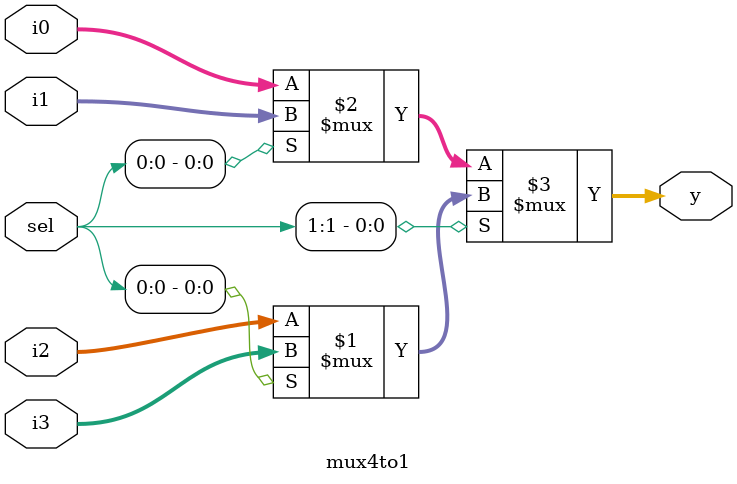
<source format=v>
module mux2to1 #(parameter n=5)(i0,i1,sel,y);
    input [n-1:0] i0,i1;
    input sel;
    output [n-1:0] y;
    assign y = sel ? i1 : i0;
endmodule

module mux3to1 #(parameter n=5)(i0,i1,i2,sel,y);
    input [n-1:0] i0,i1,i2;
    input [1:0] sel;
    output [n-1:0] y;
    assign y = sel[1] ? i2 : (sel[0] ? i1 : i0);
endmodule

module mux4to1 #(parameter n=5)(i0,i1,i2,i3,sel,y);
    input [n-1:0] i0,i1,i2,i3;
    input [1:0] sel;
    output [n-1:0] y;
    assign y = sel[1] ? (sel[0] ? i3 : i2) : (sel[0] ? i1 : i0);
endmodule
</source>
